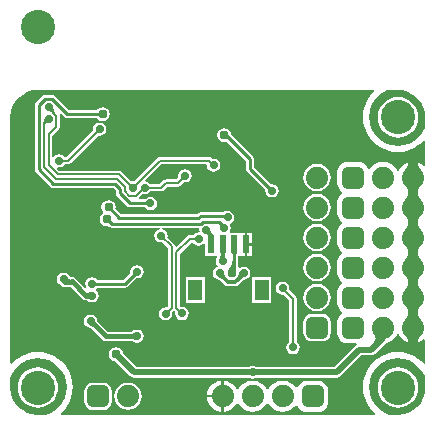
<source format=gbl>
%FSLAX25Y25*%
%MOIN*%
G70*
G01*
G75*
G04 Layer_Physical_Order=2*
G04 Layer_Color=16711680*
%ADD10C,0.01000*%
%ADD11C,0.00800*%
%ADD12C,0.01200*%
%ADD13C,0.01500*%
%ADD14C,0.03000*%
%ADD15R,0.03150X0.02756*%
%ADD16R,0.02756X0.03150*%
%ADD17R,0.05118X0.05906*%
%ADD18R,0.03937X0.03937*%
%ADD19O,0.01181X0.08268*%
%ADD20O,0.08268X0.01181*%
%ADD21R,0.02362X0.03150*%
%ADD22R,0.05433X0.01772*%
%ADD23R,0.08268X0.05906*%
%ADD24R,0.07480X0.04626*%
%ADD25R,0.07480X0.09350*%
%ADD26R,0.03150X0.02362*%
%ADD27R,0.06102X0.02362*%
%ADD28R,0.07087X0.04724*%
%ADD29R,0.03543X0.03150*%
%ADD30R,0.05512X0.04331*%
%ADD31R,0.03543X0.02559*%
%ADD32R,0.05906X0.02362*%
%ADD33R,0.03543X0.03937*%
%ADD34R,0.01772X0.05512*%
%ADD35R,0.01772X0.05512*%
%ADD36R,0.01772X0.05512*%
%ADD37R,0.02800X0.01375*%
%ADD38R,0.01375X0.02800*%
%ADD39R,0.03150X0.04000*%
%ADD40R,0.01575X0.07677*%
%ADD41R,0.04331X0.02362*%
%ADD42C,0.02000*%
%ADD43C,0.07400*%
G04:AMPARAMS|DCode=44|XSize=74mil|YSize=74mil|CornerRadius=18.5mil|HoleSize=0mil|Usage=FLASHONLY|Rotation=90.000|XOffset=0mil|YOffset=0mil|HoleType=Round|Shape=RoundedRectangle|*
%AMROUNDEDRECTD44*
21,1,0.07400,0.03700,0,0,90.0*
21,1,0.03700,0.07400,0,0,90.0*
1,1,0.03700,0.01850,0.01850*
1,1,0.03700,0.01850,-0.01850*
1,1,0.03700,-0.01850,-0.01850*
1,1,0.03700,-0.01850,0.01850*
%
%ADD44ROUNDEDRECTD44*%
%ADD45C,0.11417*%
G04:AMPARAMS|DCode=46|XSize=74mil|YSize=74mil|CornerRadius=18.5mil|HoleSize=0mil|Usage=FLASHONLY|Rotation=0.000|XOffset=0mil|YOffset=0mil|HoleType=Round|Shape=RoundedRectangle|*
%AMROUNDEDRECTD46*
21,1,0.07400,0.03700,0,0,0.0*
21,1,0.03700,0.07400,0,0,0.0*
1,1,0.03700,0.01850,-0.01850*
1,1,0.03700,-0.01850,-0.01850*
1,1,0.03700,-0.01850,0.01850*
1,1,0.03700,0.01850,0.01850*
%
%ADD46ROUNDEDRECTD46*%
%ADD47C,0.02800*%
%ADD48C,0.03100*%
%ADD49R,0.02362X0.06102*%
%ADD50R,0.04724X0.07087*%
G36*
X12822Y50518D02*
X14628Y49970D01*
X16293Y49080D01*
X17752Y47882D01*
X18950Y46423D01*
X19840Y44758D01*
X20388Y42952D01*
X20573Y41073D01*
X20388Y39195D01*
X19840Y37388D01*
X18950Y35724D01*
X17752Y34264D01*
X16293Y33067D01*
X14628Y32177D01*
X13408Y31807D01*
X10900D01*
X10808Y31789D01*
X9121Y31955D01*
X7410Y32474D01*
X5833Y33316D01*
X4451Y34451D01*
X3317Y35833D01*
X2474Y37410D01*
X1955Y39121D01*
X1788Y40808D01*
X1807Y40900D01*
Y43966D01*
X2047Y44758D01*
X2937Y46423D01*
X4134Y47882D01*
X5594Y49080D01*
X7258Y49970D01*
X9065Y50518D01*
X10943Y50703D01*
X12822Y50518D01*
D02*
G37*
G36*
X10900Y140072D02*
X10900D01*
Y140072D01*
X10900Y140072D01*
X122855D01*
X123028Y139603D01*
X122697Y139320D01*
X121508Y137928D01*
X120552Y136368D01*
X119852Y134677D01*
X119424Y132898D01*
X119281Y131073D01*
X119424Y129249D01*
X119852Y127469D01*
X120552Y125778D01*
X121508Y124218D01*
X122697Y122827D01*
X124088Y121638D01*
X125649Y120682D01*
X127339Y119981D01*
X129119Y119554D01*
X130943Y119411D01*
X132768Y119554D01*
X134547Y119981D01*
X136238Y120682D01*
X137799Y121638D01*
X139190Y122827D01*
X139603Y123310D01*
X140072Y123137D01*
Y114895D01*
X139624Y114674D01*
X138622Y115442D01*
X137357Y115966D01*
X136400Y116092D01*
Y110899D01*
X135600D01*
Y116092D01*
X134643Y115966D01*
X133378Y115442D01*
X132291Y114609D01*
X131458Y113523D01*
X131250Y113021D01*
X130750D01*
X130542Y113523D01*
X129709Y114609D01*
X128622Y115442D01*
X127357Y115966D01*
X126000Y116145D01*
X124643Y115966D01*
X123378Y115442D01*
X122291Y114609D01*
X121584Y113687D01*
X121489Y113674D01*
X121071Y113729D01*
X120776Y114440D01*
X120239Y115139D01*
X119539Y115676D01*
X118725Y116014D01*
X117850Y116129D01*
X114150D01*
X113276Y116014D01*
X112460Y115676D01*
X111761Y115139D01*
X111224Y114440D01*
X110886Y113625D01*
X110771Y112750D01*
Y109050D01*
X110886Y108176D01*
X111224Y107361D01*
X111761Y106661D01*
X112426Y106150D01*
Y105650D01*
X111761Y105140D01*
X111224Y104440D01*
X110886Y103625D01*
X110771Y102750D01*
Y99050D01*
X110886Y98176D01*
X111224Y97361D01*
X111761Y96661D01*
X112426Y96150D01*
Y95650D01*
X111761Y95139D01*
X111224Y94440D01*
X110886Y93625D01*
X110771Y92750D01*
Y89050D01*
X110886Y88176D01*
X111224Y87361D01*
X111761Y86661D01*
X112426Y86150D01*
Y85650D01*
X111761Y85139D01*
X111224Y84440D01*
X110886Y83625D01*
X110771Y82750D01*
Y79050D01*
X110886Y78176D01*
X111224Y77361D01*
X111761Y76661D01*
X112426Y76150D01*
Y75650D01*
X111761Y75139D01*
X111224Y74440D01*
X110886Y73625D01*
X110771Y72750D01*
Y69050D01*
X110886Y68176D01*
X111224Y67361D01*
X111761Y66661D01*
X112426Y66150D01*
Y65650D01*
X111761Y65139D01*
X111224Y64440D01*
X110886Y63625D01*
X110771Y62750D01*
Y59050D01*
X110886Y58176D01*
X111224Y57361D01*
X111761Y56661D01*
X112461Y56124D01*
X113276Y55786D01*
X114150Y55671D01*
X117148D01*
X117294Y55193D01*
X116702Y54798D01*
X109740Y47835D01*
X83713D01*
X83358Y48072D01*
X82500Y48243D01*
X81642Y48072D01*
X81287Y47835D01*
X43760D01*
X39347Y52249D01*
X39214Y52917D01*
X38694Y53694D01*
X37917Y54214D01*
X37000Y54396D01*
X36083Y54214D01*
X35306Y53694D01*
X34786Y52917D01*
X34604Y52000D01*
X34786Y51083D01*
X35306Y50306D01*
X36083Y49786D01*
X36751Y49654D01*
X41702Y44702D01*
X42298Y44304D01*
X42414Y44281D01*
X43000Y44165D01*
X81287D01*
X81642Y43928D01*
X82500Y43757D01*
X83358Y43928D01*
X83713Y44165D01*
X110500D01*
X111086Y44281D01*
X111202Y44304D01*
X111798Y44702D01*
X118760Y51665D01*
X122000D01*
X122586Y51781D01*
X122702Y51804D01*
X123298Y52202D01*
X126865Y55769D01*
X127358Y55834D01*
X128623Y56358D01*
X129709Y57191D01*
X130542Y58278D01*
X130750Y58779D01*
X131250D01*
X131458Y58278D01*
X132291Y57191D01*
X133378Y56358D01*
X134643Y55834D01*
X135600Y55708D01*
Y60901D01*
X136400D01*
Y55708D01*
X137358Y55834D01*
X138623Y56358D01*
X139624Y57126D01*
X140072Y56905D01*
Y49010D01*
X139603Y48836D01*
X139190Y49320D01*
X137799Y50509D01*
X136238Y51465D01*
X134547Y52165D01*
X132768Y52592D01*
X130943Y52736D01*
X129119Y52592D01*
X127339Y52165D01*
X125649Y51465D01*
X124088Y50509D01*
X122697Y49320D01*
X121508Y47929D01*
X120552Y46368D01*
X119852Y44677D01*
X119424Y42898D01*
X119281Y41073D01*
X119424Y39249D01*
X119852Y37469D01*
X120552Y35778D01*
X121508Y34218D01*
X122697Y32827D01*
X123342Y32276D01*
X123168Y31807D01*
X18718D01*
X18545Y32276D01*
X19190Y32827D01*
X20379Y34218D01*
X21335Y35778D01*
X22035Y37469D01*
X22463Y39249D01*
X22606Y41073D01*
X22463Y42898D01*
X22035Y44677D01*
X21335Y46368D01*
X20379Y47929D01*
X19190Y49320D01*
X17799Y50509D01*
X16238Y51465D01*
X14547Y52165D01*
X12768Y52592D01*
X10943Y52736D01*
X9119Y52592D01*
X7339Y52165D01*
X5649Y51465D01*
X4088Y50509D01*
X2697Y49320D01*
X2276Y48827D01*
X1807Y49000D01*
Y130979D01*
X1788Y131071D01*
X1955Y132758D01*
X2474Y134469D01*
X3317Y136046D01*
X4451Y137428D01*
X5833Y138562D01*
X7410Y139405D01*
X9121Y139924D01*
X10809Y140091D01*
X10900Y140072D01*
D02*
G37*
G36*
X132758Y139924D02*
X134469Y139405D01*
X136046Y138562D01*
X137428Y137428D01*
X138562Y136046D01*
X139405Y134469D01*
X139924Y132758D01*
X140091Y131070D01*
X140072Y130979D01*
X140072D01*
X140072Y130979D01*
Y128155D01*
X139840Y127388D01*
X138950Y125724D01*
X137752Y124264D01*
X136293Y123067D01*
X134628Y122177D01*
X132822Y121629D01*
X130943Y121444D01*
X129065Y121629D01*
X127258Y122177D01*
X125594Y123067D01*
X124134Y124264D01*
X122937Y125724D01*
X122047Y127388D01*
X121499Y129195D01*
X121314Y131073D01*
X121499Y132952D01*
X122047Y134758D01*
X122937Y136423D01*
X124134Y137882D01*
X125594Y139080D01*
X127258Y139970D01*
X127597Y140072D01*
X130979D01*
X130979Y140072D01*
Y140072D01*
X131070Y140091D01*
X132758Y139924D01*
D02*
G37*
G36*
X132822Y50518D02*
X134628Y49970D01*
X136293Y49080D01*
X137752Y47882D01*
X138950Y46423D01*
X139840Y44758D01*
X140072Y43992D01*
Y40900D01*
Y40900D01*
X140072Y40900D01*
X140072D01*
X140091Y40809D01*
X139924Y39121D01*
X139405Y37410D01*
X138562Y35833D01*
X137428Y34451D01*
X136046Y33316D01*
X134469Y32474D01*
X132758Y31955D01*
X131071Y31789D01*
X130979Y31807D01*
X128479D01*
X127258Y32177D01*
X125594Y33067D01*
X124134Y34264D01*
X122937Y35724D01*
X122047Y37388D01*
X121499Y39195D01*
X121314Y41073D01*
X121499Y42952D01*
X122047Y44758D01*
X122937Y46423D01*
X124134Y47882D01*
X125594Y49080D01*
X127258Y49970D01*
X129065Y50518D01*
X130943Y50703D01*
X132822Y50518D01*
D02*
G37*
%LPC*%
G36*
X92498Y76245D02*
X91639Y76075D01*
X90912Y75589D01*
X90425Y74861D01*
X90254Y74002D01*
X90425Y73144D01*
X90912Y72416D01*
X91639Y71930D01*
X92498Y71759D01*
X92925Y71844D01*
X94776Y69993D01*
Y56085D01*
X94414Y55843D01*
X93928Y55115D01*
X93757Y54257D01*
X93928Y53399D01*
X94414Y52671D01*
X95142Y52185D01*
X96000Y52014D01*
X96858Y52185D01*
X97586Y52671D01*
X98072Y53399D01*
X98243Y54257D01*
X98072Y55115D01*
X97586Y55843D01*
X97224Y56085D01*
Y70500D01*
X97130Y70968D01*
X96865Y71365D01*
X94656Y73575D01*
X94741Y74002D01*
X94570Y74861D01*
X94084Y75589D01*
X93356Y76075D01*
X92498Y76245D01*
D02*
G37*
G36*
X92500Y43245D02*
X91142Y43066D01*
X89878Y42542D01*
X88791Y41709D01*
X87958Y40622D01*
X87750Y40121D01*
X87250D01*
X87042Y40622D01*
X86209Y41709D01*
X85122Y42542D01*
X83858Y43066D01*
X82500Y43245D01*
X81142Y43066D01*
X79878Y42542D01*
X78791Y41709D01*
X77958Y40622D01*
X77750Y40121D01*
X77250D01*
X77042Y40622D01*
X76209Y41709D01*
X75122Y42542D01*
X73857Y43066D01*
X72900Y43192D01*
Y37999D01*
Y32808D01*
X73857Y32934D01*
X75122Y33458D01*
X76209Y34291D01*
X77042Y35378D01*
X77250Y35879D01*
X77750D01*
X77958Y35378D01*
X78791Y34291D01*
X79878Y33458D01*
X81142Y32934D01*
X82500Y32755D01*
X83858Y32934D01*
X85122Y33458D01*
X86209Y34291D01*
X87042Y35378D01*
X87250Y35879D01*
X87750D01*
X87958Y35378D01*
X88791Y34291D01*
X89878Y33458D01*
X91142Y32934D01*
X92500Y32755D01*
X93858Y32934D01*
X95122Y33458D01*
X96209Y34291D01*
X96916Y35214D01*
X97011Y35226D01*
X97430Y35171D01*
X97724Y34460D01*
X98261Y33761D01*
X98961Y33224D01*
X99775Y32886D01*
X100650Y32771D01*
X104350D01*
X105225Y32886D01*
X106040Y33224D01*
X106739Y33761D01*
X107276Y34460D01*
X107614Y35276D01*
X107729Y36150D01*
Y39850D01*
X107614Y40725D01*
X107276Y41539D01*
X106739Y42239D01*
X106040Y42776D01*
X105225Y43114D01*
X104350Y43229D01*
X100650D01*
X99775Y43114D01*
X98961Y42776D01*
X98261Y42239D01*
X97724Y41539D01*
X97430Y40829D01*
X97011Y40774D01*
X96916Y40786D01*
X96209Y41709D01*
X95122Y42542D01*
X93858Y43066D01*
X92500Y43245D01*
D02*
G37*
G36*
X28500Y65243D02*
X27642Y65072D01*
X26914Y64586D01*
X26428Y63858D01*
X26257Y63000D01*
X26428Y62142D01*
X26914Y61414D01*
X27642Y60928D01*
X28500Y60757D01*
X28507Y60758D01*
X32383Y56883D01*
X32895Y56540D01*
X33500Y56420D01*
X42410D01*
X42414Y56414D01*
X43142Y55928D01*
X44000Y55757D01*
X44859Y55928D01*
X45586Y56414D01*
X46073Y57142D01*
X46243Y58000D01*
X46073Y58858D01*
X45586Y59586D01*
X44859Y60072D01*
X44000Y60243D01*
X43142Y60072D01*
X42414Y59586D01*
X42410Y59580D01*
X34155D01*
X30742Y62993D01*
X30743Y63000D01*
X30572Y63858D01*
X30086Y64586D01*
X29358Y65072D01*
X28500Y65243D01*
D02*
G37*
G36*
X104000Y75439D02*
X102825Y75284D01*
X101731Y74831D01*
X100791Y74109D01*
X100069Y73169D01*
X99616Y72075D01*
X99461Y70900D01*
X99616Y69725D01*
X100069Y68631D01*
X100791Y67691D01*
X101731Y66969D01*
X102825Y66516D01*
X104000Y66361D01*
X105175Y66516D01*
X106269Y66969D01*
X107209Y67691D01*
X107931Y68631D01*
X108384Y69725D01*
X108539Y70900D01*
X108384Y72075D01*
X107931Y73169D01*
X107209Y74109D01*
X106269Y74831D01*
X105175Y75284D01*
X104000Y75439D01*
D02*
G37*
G36*
X105850Y65423D02*
X102150D01*
X101458Y65332D01*
X100814Y65065D01*
X100260Y64640D01*
X99835Y64086D01*
X99568Y63442D01*
X99477Y62750D01*
Y59050D01*
X99568Y58358D01*
X99835Y57714D01*
X100260Y57160D01*
X100814Y56735D01*
X101458Y56468D01*
X102150Y56377D01*
X105850D01*
X106542Y56468D01*
X107186Y56735D01*
X107740Y57160D01*
X108165Y57714D01*
X108432Y58358D01*
X108523Y59050D01*
Y62750D01*
X108432Y63442D01*
X108165Y64086D01*
X107740Y64640D01*
X107186Y65065D01*
X106542Y65332D01*
X105850Y65423D01*
D02*
G37*
G36*
X72100Y43192D02*
X71143Y43066D01*
X69878Y42542D01*
X68791Y41709D01*
X67958Y40622D01*
X67434Y39358D01*
X67308Y38400D01*
X72100D01*
Y43192D01*
D02*
G37*
G36*
X41000Y42539D02*
X39825Y42384D01*
X38731Y41931D01*
X37791Y41209D01*
X37069Y40269D01*
X36616Y39175D01*
X36461Y38000D01*
X36616Y36825D01*
X37069Y35731D01*
X37791Y34791D01*
X38731Y34069D01*
X39825Y33616D01*
X41000Y33461D01*
X42175Y33616D01*
X43269Y34069D01*
X44209Y34791D01*
X44931Y35731D01*
X45384Y36825D01*
X45539Y38000D01*
X45384Y39175D01*
X44931Y40269D01*
X44209Y41209D01*
X43269Y41931D01*
X42175Y42384D01*
X41000Y42539D01*
D02*
G37*
G36*
X72100Y37600D02*
X67308D01*
X67434Y36643D01*
X67958Y35378D01*
X68791Y34291D01*
X69878Y33458D01*
X71143Y32934D01*
X72100Y32808D01*
Y37600D01*
D02*
G37*
G36*
X32850Y42523D02*
X29150D01*
X28458Y42432D01*
X27814Y42165D01*
X27260Y41740D01*
X26835Y41186D01*
X26568Y40542D01*
X26477Y39850D01*
Y36150D01*
X26568Y35458D01*
X26835Y34814D01*
X27260Y34260D01*
X27814Y33835D01*
X28458Y33568D01*
X29150Y33477D01*
X32850D01*
X33542Y33568D01*
X34186Y33835D01*
X34740Y34260D01*
X35165Y34814D01*
X35432Y35458D01*
X35523Y36150D01*
Y39850D01*
X35432Y40542D01*
X35165Y41186D01*
X34740Y41740D01*
X34186Y42165D01*
X33542Y42432D01*
X32850Y42523D01*
D02*
G37*
G36*
X130979Y47638D02*
X129664Y47508D01*
X128400Y47125D01*
X127235Y46502D01*
X126214Y45665D01*
X125376Y44643D01*
X124754Y43479D01*
X124370Y42215D01*
X124241Y40900D01*
X124370Y39586D01*
X124754Y38322D01*
X125376Y37157D01*
X126214Y36136D01*
X127235Y35298D01*
X128400Y34675D01*
X129664Y34291D01*
X130979Y34162D01*
X132293Y34291D01*
X133557Y34675D01*
X134722Y35298D01*
X135743Y36136D01*
X136581Y37157D01*
X137204Y38322D01*
X137587Y39586D01*
X137717Y40900D01*
X137587Y42215D01*
X137204Y43479D01*
X136581Y44643D01*
X135743Y45665D01*
X134722Y46502D01*
X133557Y47125D01*
X132293Y47508D01*
X130979Y47638D01*
D02*
G37*
G36*
X10900D02*
X9585Y47508D01*
X8321Y47125D01*
X7157Y46502D01*
X6135Y45665D01*
X5298Y44643D01*
X4675Y43479D01*
X4292Y42215D01*
X4162Y40900D01*
X4292Y39586D01*
X4675Y38322D01*
X5298Y37157D01*
X6135Y36136D01*
X7157Y35298D01*
X8321Y34675D01*
X9585Y34291D01*
X10900Y34162D01*
X12214Y34291D01*
X13478Y34675D01*
X14643Y35298D01*
X15664Y36136D01*
X16502Y37157D01*
X17125Y38322D01*
X17508Y39586D01*
X17638Y40900D01*
X17508Y42215D01*
X17125Y43479D01*
X16502Y44643D01*
X15664Y45665D01*
X14643Y46502D01*
X13478Y47125D01*
X12214Y47508D01*
X10900Y47638D01*
D02*
G37*
G36*
X66639Y77796D02*
X60314D01*
Y69109D01*
X66639D01*
Y77796D01*
D02*
G37*
G36*
X73100Y127396D02*
X72183Y127214D01*
X71406Y126695D01*
X70886Y125917D01*
X70704Y125000D01*
X70886Y124083D01*
X71406Y123306D01*
X72183Y122787D01*
X73100Y122604D01*
X74017Y122787D01*
X74030Y122795D01*
X80275Y116551D01*
Y113900D01*
X80376Y113393D01*
X80663Y112963D01*
X86818Y106807D01*
X86757Y106500D01*
X86928Y105642D01*
X87414Y104914D01*
X88142Y104428D01*
X89000Y104257D01*
X89858Y104428D01*
X90586Y104914D01*
X91072Y105642D01*
X91243Y106500D01*
X91072Y107358D01*
X90586Y108086D01*
X89858Y108572D01*
X89000Y108743D01*
X88693Y108682D01*
X82926Y114449D01*
Y117100D01*
X82825Y117607D01*
X82538Y118037D01*
X75477Y125098D01*
X75314Y125917D01*
X74795Y126695D01*
X74017Y127214D01*
X73100Y127396D01*
D02*
G37*
G36*
X104000Y105439D02*
X102825Y105284D01*
X101731Y104831D01*
X100791Y104109D01*
X100069Y103169D01*
X99616Y102075D01*
X99461Y100900D01*
X99616Y99725D01*
X100069Y98631D01*
X100791Y97691D01*
X101731Y96969D01*
X102825Y96516D01*
X104000Y96361D01*
X105175Y96516D01*
X106269Y96969D01*
X107209Y97691D01*
X107931Y98631D01*
X108384Y99725D01*
X108539Y100900D01*
X108384Y102075D01*
X107931Y103169D01*
X107209Y104109D01*
X106269Y104831D01*
X105175Y105284D01*
X104000Y105439D01*
D02*
G37*
G36*
X82387Y92461D02*
X80806D01*
Y89010D01*
X82387D01*
Y92461D01*
D02*
G37*
G36*
X15618Y138525D02*
X13382D01*
X12874Y138425D01*
X12444Y138137D01*
X10263Y135956D01*
X9975Y135526D01*
X9875Y135018D01*
Y113633D01*
X9975Y113126D01*
X10263Y112696D01*
X10263Y112696D01*
X10263Y112696D01*
X15196Y107763D01*
X15626Y107475D01*
X16133Y107375D01*
X36084D01*
X36874Y106584D01*
Y105719D01*
X36975Y105212D01*
X37263Y104782D01*
X40719Y101326D01*
X41149Y101038D01*
X41656Y100937D01*
X46710D01*
X46885Y100677D01*
X47612Y100190D01*
X48471Y100020D01*
X49329Y100190D01*
X50057Y100677D01*
X50543Y101404D01*
X50714Y102263D01*
X50543Y103121D01*
X50057Y103849D01*
X49329Y104335D01*
X48471Y104506D01*
X47612Y104335D01*
X46885Y103849D01*
X46710Y103588D01*
X44741D01*
X44499Y103950D01*
X44457Y104050D01*
X45803Y105396D01*
X46500Y105257D01*
X47358Y105428D01*
X48086Y105914D01*
X48328Y106277D01*
X52039D01*
X52507Y106370D01*
X52904Y106635D01*
X52904Y106635D01*
X52904Y106635D01*
X54146Y107877D01*
X57600D01*
X58068Y107970D01*
X58465Y108235D01*
X59572Y109342D01*
X60000Y109257D01*
X60858Y109428D01*
X61586Y109914D01*
X62072Y110642D01*
X62243Y111500D01*
X62072Y112358D01*
X61586Y113086D01*
X60858Y113572D01*
X60000Y113743D01*
X59142Y113572D01*
X58414Y113086D01*
X57928Y112358D01*
X57757Y111500D01*
X57842Y111072D01*
X57093Y110324D01*
X53639D01*
X53171Y110230D01*
X52774Y109965D01*
X51532Y108723D01*
X48328D01*
X48086Y109086D01*
X47358Y109572D01*
X46500Y109743D01*
X46491Y109760D01*
X52007Y115277D01*
X67030D01*
X67257Y115000D01*
X67428Y114142D01*
X67914Y113414D01*
X68642Y112928D01*
X69500Y112757D01*
X70358Y112928D01*
X71086Y113414D01*
X71572Y114142D01*
X71743Y115000D01*
X71572Y115858D01*
X71086Y116586D01*
X70358Y117072D01*
X69500Y117243D01*
X69072Y117158D01*
X68865Y117365D01*
X68468Y117630D01*
X68000Y117724D01*
X51500D01*
X51032Y117630D01*
X50635Y117365D01*
X42928Y109658D01*
X42500Y109743D01*
X42072Y109658D01*
X38865Y112865D01*
X38468Y113130D01*
X38000Y113224D01*
X18007D01*
X17327Y113903D01*
X17563Y114344D01*
X18000Y114257D01*
X18858Y114428D01*
X19586Y114914D01*
X19828Y115277D01*
X21000D01*
X21468Y115370D01*
X21865Y115635D01*
X31072Y124842D01*
X31500Y124757D01*
X32358Y124928D01*
X33086Y125414D01*
X33572Y126142D01*
X33743Y127000D01*
X33572Y127858D01*
X33086Y128586D01*
X32358Y129072D01*
X31500Y129243D01*
X30642Y129072D01*
X29914Y128586D01*
X29428Y127858D01*
X29257Y127000D01*
X29342Y126572D01*
X20493Y117724D01*
X19828D01*
X19586Y118086D01*
X18858Y118572D01*
X18000Y118743D01*
X17142Y118572D01*
X16414Y118086D01*
X16202Y117769D01*
X15723Y117914D01*
Y124793D01*
X17965Y127035D01*
X18124Y127273D01*
X18230Y127432D01*
X18324Y127900D01*
Y131577D01*
X18233Y132035D01*
X18673Y132271D01*
X19881Y131063D01*
X20311Y130775D01*
X20818Y130675D01*
X30559D01*
X30806Y130306D01*
X31583Y129786D01*
X32500Y129604D01*
X33417Y129786D01*
X34194Y130306D01*
X34714Y131083D01*
X34896Y132000D01*
X34714Y132917D01*
X34194Y133694D01*
X33417Y134214D01*
X32500Y134396D01*
X31583Y134214D01*
X30806Y133694D01*
X30559Y133326D01*
X21367D01*
X16556Y138137D01*
X16126Y138425D01*
X15618Y138525D01*
D02*
G37*
G36*
X130979Y137717D02*
X129664Y137587D01*
X128400Y137204D01*
X127235Y136581D01*
X126214Y135743D01*
X125376Y134722D01*
X124754Y133557D01*
X124370Y132293D01*
X124241Y130979D01*
X124370Y129664D01*
X124754Y128400D01*
X125376Y127235D01*
X126214Y126214D01*
X127235Y125376D01*
X128400Y124754D01*
X129664Y124370D01*
X130979Y124241D01*
X132293Y124370D01*
X133557Y124754D01*
X134722Y125376D01*
X135743Y126214D01*
X136581Y127235D01*
X137204Y128400D01*
X137587Y129664D01*
X137717Y130979D01*
X137587Y132293D01*
X137204Y133557D01*
X136581Y134722D01*
X135743Y135743D01*
X134722Y136581D01*
X133557Y137204D01*
X132293Y137587D01*
X130979Y137717D01*
D02*
G37*
G36*
X104000Y115439D02*
X102825Y115284D01*
X101731Y114831D01*
X100791Y114109D01*
X100069Y113169D01*
X99616Y112075D01*
X99461Y110900D01*
X99616Y109725D01*
X100069Y108631D01*
X100791Y107691D01*
X101731Y106969D01*
X102825Y106516D01*
X104000Y106361D01*
X105175Y106516D01*
X106269Y106969D01*
X107209Y107691D01*
X107931Y108631D01*
X108384Y109725D01*
X108539Y110900D01*
X108384Y112075D01*
X107931Y113169D01*
X107209Y114109D01*
X106269Y114831D01*
X105175Y115284D01*
X104000Y115439D01*
D02*
G37*
G36*
X34500Y103396D02*
X33583Y103214D01*
X32806Y102694D01*
X32286Y101917D01*
X32104Y101000D01*
X32286Y100083D01*
X32737Y99408D01*
X32640Y98918D01*
X32306Y98694D01*
X31786Y97917D01*
X31604Y97000D01*
X31786Y96083D01*
X32306Y95306D01*
X33083Y94786D01*
X34000Y94604D01*
X34000Y94604D01*
X34000Y94604D01*
X34563Y94563D01*
D01*
X34563Y94563D01*
Y94563D01*
X34993Y94275D01*
X35500Y94174D01*
X51618D01*
X51667Y93677D01*
X51142Y93572D01*
X50414Y93086D01*
X49928Y92358D01*
X49757Y91500D01*
X49928Y90642D01*
X50414Y89914D01*
X51142Y89428D01*
X52000Y89257D01*
X52428Y89342D01*
X54277Y87493D01*
Y68007D01*
X53928Y67658D01*
X53500Y67743D01*
X52642Y67572D01*
X51914Y67086D01*
X51428Y66358D01*
X51257Y65500D01*
X51428Y64642D01*
X51914Y63914D01*
X52642Y63428D01*
X53500Y63257D01*
X54358Y63428D01*
X55086Y63914D01*
X55572Y64642D01*
X55743Y65500D01*
X55658Y65928D01*
X56050Y66320D01*
X56506D01*
X56823Y65933D01*
X56757Y65600D01*
X56928Y64742D01*
X57414Y64014D01*
X58142Y63528D01*
X59000Y63357D01*
X59858Y63528D01*
X60586Y64014D01*
X61072Y64742D01*
X61243Y65600D01*
X61072Y66458D01*
X60586Y67186D01*
X59858Y67672D01*
X59000Y67843D01*
X58710Y67785D01*
X58324Y68103D01*
Y85493D01*
X62060Y89229D01*
X62719D01*
X62961Y88867D01*
X63689Y88380D01*
X64547Y88210D01*
X65406Y88380D01*
X66133Y88867D01*
X66135Y88869D01*
X66613Y88724D01*
Y84759D01*
X70499D01*
X70735Y84318D01*
X70428Y83858D01*
X70257Y83000D01*
X70428Y82142D01*
X70833Y81534D01*
X70642Y81072D01*
X69914Y80586D01*
X69428Y79858D01*
X69257Y79000D01*
X69428Y78142D01*
X69914Y77414D01*
X70642Y76928D01*
X71500Y76757D01*
X71544Y76766D01*
X73269Y75041D01*
X73269Y75041D01*
X73546Y74855D01*
X73732Y74731D01*
X74278Y74623D01*
X76722D01*
X76722Y74623D01*
X77268Y74731D01*
X77731Y75041D01*
X79456Y76766D01*
X79500Y76757D01*
X80358Y76928D01*
X81086Y77414D01*
X81572Y78142D01*
X81743Y79000D01*
X81572Y79858D01*
X81086Y80586D01*
X80358Y81072D01*
X79500Y81243D01*
X78642Y81072D01*
X78235Y80801D01*
X77794Y81036D01*
Y84759D01*
X80006D01*
Y88609D01*
Y92461D01*
X75148D01*
X74913Y92902D01*
X75072Y93142D01*
X75243Y94000D01*
X75072Y94858D01*
X74893Y95127D01*
X75058Y95528D01*
X75786Y96014D01*
X76272Y96742D01*
X76443Y97600D01*
X76272Y98458D01*
X75786Y99186D01*
X75058Y99672D01*
X74200Y99843D01*
X73342Y99672D01*
X72822Y99326D01*
X65136D01*
X64629Y99225D01*
X64199Y98937D01*
X64087Y98826D01*
X38549D01*
X36810Y100565D01*
X36896Y101000D01*
X36714Y101917D01*
X36194Y102694D01*
X35417Y103214D01*
X34500Y103396D01*
D02*
G37*
G36*
X104000Y85439D02*
X102825Y85284D01*
X101731Y84831D01*
X100791Y84109D01*
X100069Y83169D01*
X99616Y82075D01*
X99461Y80900D01*
X99616Y79725D01*
X100069Y78631D01*
X100791Y77691D01*
X101731Y76969D01*
X102825Y76516D01*
X104000Y76361D01*
X105175Y76516D01*
X106269Y76969D01*
X107209Y77691D01*
X107931Y78631D01*
X108384Y79725D01*
X108539Y80900D01*
X108384Y82075D01*
X107931Y83169D01*
X107209Y84109D01*
X106269Y84831D01*
X105175Y85284D01*
X104000Y85439D01*
D02*
G37*
G36*
X88686Y77796D02*
X82361D01*
Y69109D01*
X88686D01*
Y77796D01*
D02*
G37*
G36*
X44000Y81743D02*
X43142Y81572D01*
X42414Y81086D01*
X41928Y80358D01*
X41757Y79500D01*
X41818Y79193D01*
X39451Y76825D01*
X30760D01*
X30586Y77086D01*
X29858Y77572D01*
X29000Y77743D01*
X28142Y77572D01*
X27414Y77086D01*
X26928Y76358D01*
X26757Y75500D01*
X26928Y74642D01*
X27191Y74248D01*
X26804Y73931D01*
X23368Y77368D01*
X22855Y77710D01*
X22250Y77830D01*
X21645Y77710D01*
X21572Y77858D01*
Y77858D01*
X21572Y77858D01*
X21086Y78586D01*
X20358Y79072D01*
X19500Y79243D01*
X18642Y79072D01*
X17914Y78586D01*
X17428Y77858D01*
X17257Y77000D01*
X17428Y76142D01*
X17914Y75414D01*
X18642Y74928D01*
X18888Y74879D01*
X19395Y74540D01*
X20000Y74420D01*
X21845D01*
X25883Y70382D01*
X25883Y70382D01*
X25883D01*
X25883Y70382D01*
X25883D01*
X25883Y70382D01*
Y70382D01*
Y70382D01*
D01*
D01*
X25883D01*
Y70382D01*
X26395Y70040D01*
X27000Y69920D01*
X27410D01*
X27414Y69914D01*
X28142Y69428D01*
X29000Y69257D01*
X29858Y69428D01*
X30586Y69914D01*
X31072Y70642D01*
X31243Y71500D01*
X31072Y72358D01*
X30586Y73086D01*
X30341Y73250D01*
Y73750D01*
X30586Y73914D01*
X30760Y74174D01*
X40000D01*
X40507Y74275D01*
X40937Y74563D01*
X43693Y77318D01*
X44000Y77257D01*
X44858Y77428D01*
X45586Y77914D01*
X46072Y78642D01*
X46243Y79500D01*
X46072Y80358D01*
X45586Y81086D01*
X44858Y81572D01*
X44000Y81743D01*
D02*
G37*
G36*
X104000Y95439D02*
X102825Y95284D01*
X101731Y94831D01*
X100791Y94109D01*
X100069Y93169D01*
X99616Y92075D01*
X99461Y90900D01*
X99616Y89725D01*
X100069Y88631D01*
X100791Y87691D01*
X101731Y86969D01*
X102825Y86516D01*
X104000Y86361D01*
X105175Y86516D01*
X106269Y86969D01*
X107209Y87691D01*
X107931Y88631D01*
X108384Y89725D01*
X108539Y90900D01*
X108384Y92075D01*
X107931Y93169D01*
X107209Y94109D01*
X106269Y94831D01*
X105175Y95284D01*
X104000Y95439D01*
D02*
G37*
G36*
X82387Y88210D02*
X80806D01*
Y84759D01*
X82387D01*
Y88210D01*
D02*
G37*
%LPD*%
G36*
X64814Y93788D02*
X64757Y93500D01*
X64928Y92642D01*
D01*
X64547Y92696D01*
D01*
X64547Y92696D01*
Y92696D01*
X63689Y92525D01*
X62961Y92039D01*
X62719Y91676D01*
X61553D01*
X61085Y91583D01*
X60688Y91318D01*
X57180Y87811D01*
X56723Y88000D01*
X56630Y88468D01*
X56365Y88865D01*
X54158Y91072D01*
X54243Y91500D01*
X54072Y92358D01*
X53586Y93086D01*
X52858Y93572D01*
X52333Y93677D01*
X52382Y94174D01*
X64497D01*
X64814Y93788D01*
D02*
G37*
D10*
X81364Y133364D02*
G03*
X79827Y134000I-1536J-1536D01*
G01*
D02*
G03*
X81364Y134636I0J2173D01*
G01*
X58500Y129762D02*
G03*
X60036Y130399I0J2173D01*
G01*
X60036Y130399D02*
G03*
X59400Y128862I1536J-1536D01*
G01*
X75465Y79035D02*
G03*
X76469Y81459I-2424J2424D01*
G01*
X74757Y79742D02*
G03*
X76469Y83873I-4131J4131D01*
G01*
X48758Y73043D02*
G03*
X49500Y74835I-1792J1792D01*
G01*
D02*
G03*
X50243Y73043I2535J0D01*
G01*
X67900Y93485D02*
G03*
X68500Y92000I2049J-35D01*
G01*
D02*
G03*
X67015Y92600I-1449J-1449D01*
G01*
X71864Y83636D02*
G03*
X72532Y85249I-1613J1613D01*
G01*
Y85097D02*
G03*
X73136Y83636I2065J0D01*
G01*
X68913Y90480D02*
G03*
X68131Y92369I-2671J0D01*
G01*
X68867Y90315D02*
G03*
X68687Y91813I-1043J635D01*
G01*
X68013Y90834D02*
G03*
X67787Y92713I-1308J796D01*
G01*
X68113Y90962D02*
G03*
X68500Y91897I-935J935D01*
G01*
Y92000D02*
G03*
X68994Y91032I1196J0D01*
G01*
X76950Y86259D02*
G03*
X76469Y85096I1163J-1163D01*
G01*
D02*
G03*
X75987Y86259I-1644J0D01*
G01*
X73013D02*
G03*
X72532Y85096I1163J-1163D01*
G01*
D02*
G03*
X72050Y86259I-1644J0D01*
G01*
X38000Y97500D02*
X64636D01*
X65136Y98000D01*
X34500Y101000D02*
X38000Y97500D01*
X73800Y98000D02*
X74200Y97600D01*
X65136Y98000D02*
X73800D01*
X65882Y96200D02*
X71300D01*
X72750Y94250D02*
X73000Y94000D01*
X33500Y97500D02*
X34000D01*
X71300Y96200D02*
X73000Y94500D01*
X65182Y95500D02*
X65882Y96200D01*
X35500Y95500D02*
X65182D01*
X34000Y97000D02*
X35500Y95500D01*
X11200Y113633D02*
X16133Y108700D01*
X38200Y105719D02*
X41656Y102263D01*
X38200Y105719D02*
Y107133D01*
X36633Y108700D02*
X38200Y107133D01*
X16133Y108700D02*
X36633D01*
X11200Y113633D02*
Y135018D01*
X41656Y102263D02*
X48471D01*
X11200Y135018D02*
X13382Y137200D01*
X15618D01*
X20818Y132000D01*
X32500D01*
X40000Y75500D02*
X44000Y79500D01*
X29000Y75500D02*
X40000D01*
X72532Y83032D02*
Y88610D01*
X81600Y113900D02*
X89000Y106500D01*
X81600Y113900D02*
Y117100D01*
X75500Y79000D02*
X76469Y79969D01*
Y88610D01*
X68500Y88705D02*
X68594Y88610D01*
X46300Y84000D02*
X49500Y80800D01*
X34825Y84000D02*
X46300D01*
X73700Y125000D02*
X81600Y117100D01*
X49500Y72300D02*
Y80800D01*
X67000Y93500D02*
X68500Y92000D01*
Y88705D02*
Y92000D01*
X68594Y88610D02*
Y91000D01*
X58500Y128862D02*
X63638Y134000D01*
X82000D01*
X6500Y112325D02*
X34825Y84000D01*
X6500Y112325D02*
Y117000D01*
D11*
X15500Y134500D02*
G03*
X16435Y132241I3194J0D01*
G01*
X15656Y133021D02*
G03*
X14500Y133500I-1156J-1156D01*
G01*
X14453Y129501D02*
G03*
X12900Y128900I-97J-2057D01*
G01*
X12900Y128900D02*
G03*
X13501Y130453I-1457J1457D01*
G01*
X12900Y114337D02*
X16837Y110400D01*
X37337D01*
X12900Y114337D02*
Y128900D01*
X39900Y106423D02*
X41423Y104900D01*
X39900Y106423D02*
Y107837D01*
X37337Y110400D02*
X39900Y107837D01*
X38000Y112000D02*
X42500Y107500D01*
X17500Y112000D02*
X38000D01*
X14500Y115000D02*
X17500Y112000D01*
X14500Y115000D02*
Y125300D01*
X96000Y55600D02*
Y70500D01*
X93000Y73500D02*
X96000Y70500D01*
X68000Y116500D02*
X69500Y115000D01*
X51500Y116500D02*
X68000D01*
X42500Y107500D02*
X51500Y116500D01*
X57600Y109100D02*
X60000Y111500D01*
X53639Y109100D02*
X57600D01*
X52039Y107500D02*
X53639Y109100D01*
X46500Y107500D02*
X52039D01*
X22000Y76000D02*
X22250Y76250D01*
X41423Y104900D02*
X43577D01*
X46177Y107500D01*
X12900Y128900D02*
X14500Y130500D01*
Y125300D02*
X17100Y127900D01*
Y131577D01*
X14500Y134177D02*
X17100Y131577D01*
X14500Y134177D02*
Y134500D01*
X55500Y67500D02*
Y88000D01*
X52000Y91500D02*
X55500Y88000D01*
X57100Y67500D02*
X59000Y65600D01*
X53500Y65500D02*
X55500Y67500D01*
X57100D02*
Y86000D01*
X61553Y90453D01*
X64547D01*
X18000Y116500D02*
X21000D01*
X31500Y127000D01*
D12*
X72300Y79000D02*
G03*
X72987Y77341I2347J0D01*
G01*
X72572Y77756D02*
G03*
X71500Y78200I-1072J-1072D01*
G01*
X79500D02*
G03*
X78428Y77756I0J-1516D01*
G01*
X78013Y77341D02*
G03*
X78700Y79000I-1659J1659D01*
G01*
X79500Y78828D02*
Y79000D01*
X76722Y76050D02*
X79500Y78828D01*
X74278Y76050D02*
X76722D01*
X71500Y78828D02*
X74278Y76050D01*
X71500Y78828D02*
Y79000D01*
D13*
X43541Y57540D02*
G03*
X42431Y58000I-1110J-1110D01*
G01*
D02*
G03*
X43541Y58460I0J1569D01*
G01*
X29150Y63000D02*
G03*
X29610Y61890I1569J0D01*
G01*
D02*
G03*
X28500Y62350I-1110J-1110D01*
G01*
X20098Y77255D02*
G03*
X22000Y76000I1902J813D01*
G01*
X28540Y71040D02*
G03*
X27431Y71500I-1110J-1110D01*
G01*
D02*
G03*
X28540Y71960I0J1569D01*
G01*
X20000Y76000D02*
X22000D01*
X22250Y76250D02*
X27000Y71500D01*
X29000D01*
X28500Y63000D02*
X33500Y58000D01*
X44000D01*
D14*
X134445Y62456D02*
G03*
X136000Y66211I-3756J3756D01*
G01*
D02*
G03*
X137556Y62456I5311J0D01*
G01*
Y59345D02*
G03*
X136000Y55589I3756J-3756D01*
G01*
D02*
G03*
X134445Y59345I-5311J0D01*
G01*
X137556Y99345D02*
G03*
X136000Y95589I3756J-3756D01*
G01*
D02*
G03*
X134444Y99345I-5311J-0D01*
G01*
X134444Y102456D02*
G03*
X136000Y106211I-3756J3756D01*
G01*
D02*
G03*
X137556Y102456I5311J-0D01*
G01*
X137556Y89345D02*
G03*
X136000Y85589I3756J-3756D01*
G01*
D02*
G03*
X134444Y89345I-5311J-0D01*
G01*
Y92456D02*
G03*
X136000Y96211I-3756J3756D01*
G01*
D02*
G03*
X137556Y92456I5311J-0D01*
G01*
Y79345D02*
G03*
X136000Y75589I3756J-3756D01*
G01*
D02*
G03*
X134444Y79345I-5311J-0D01*
G01*
X134444Y82456D02*
G03*
X136000Y86212I-3756J3756D01*
G01*
D02*
G03*
X137556Y82456I5311J-0D01*
G01*
X137556Y69345D02*
G03*
X136000Y65589I3756J-3756D01*
G01*
D02*
G03*
X134444Y69345I-5311J-0D01*
G01*
X134444Y72456D02*
G03*
X136000Y76212I-3756J3756D01*
G01*
D02*
G03*
X137556Y72456I5311J-0D01*
G01*
X137556Y109345D02*
G03*
X136000Y105589I3755J-3755D01*
G01*
Y105588D02*
G03*
X134444Y109345I-5312J0D01*
G01*
Y112456D02*
G03*
X136000Y116211I-3756J3756D01*
G01*
D02*
G03*
X137556Y112456I5311J0D01*
G01*
X82500Y36000D02*
Y38000D01*
X136000Y54000D02*
X136000Y54000D01*
Y61500D01*
Y111500D01*
Y59500D02*
Y61500D01*
X136000Y111500D02*
Y118500D01*
Y111500D02*
X136000Y111500D01*
D42*
X125268Y56767D02*
G03*
X125457Y60459I-1951J1951D01*
G01*
X123700Y55200D02*
G03*
X123905Y59197I-2112J2112D01*
G01*
X118000Y53500D02*
X122000D01*
X125700Y61200D02*
X126000Y61500D01*
X110500Y46000D02*
X118000Y53500D01*
X122000D02*
X126000Y57500D01*
Y60900D01*
X82500Y46000D02*
X110500D01*
X43000D02*
X82500D01*
X37000Y52000D02*
X43000Y46000D01*
D43*
X104000Y70900D02*
D03*
Y80900D02*
D03*
Y90900D02*
D03*
Y100900D02*
D03*
Y110900D02*
D03*
X136000Y110900D02*
D03*
X126000D02*
D03*
X136000Y70900D02*
D03*
X126000D02*
D03*
X136000Y80900D02*
D03*
X126000D02*
D03*
X136000Y90900D02*
D03*
X126000D02*
D03*
X136000Y100900D02*
D03*
X126000D02*
D03*
X136000Y60900D02*
D03*
X126000D02*
D03*
X41000Y38000D02*
D03*
X92500D02*
D03*
X82500D02*
D03*
X72500D02*
D03*
D44*
X104000Y60900D02*
D03*
D45*
X10900Y160979D02*
D03*
Y40900D02*
D03*
X130979D02*
D03*
Y130979D02*
D03*
D46*
X116000Y110900D02*
D03*
Y70900D02*
D03*
Y80900D02*
D03*
Y90900D02*
D03*
Y100900D02*
D03*
X116000Y60900D02*
D03*
X31000Y38000D02*
D03*
X102500D02*
D03*
D47*
X74200Y97600D02*
D03*
X92498Y74002D02*
D03*
X48471Y102263D02*
D03*
X55500Y106500D02*
D03*
X60000Y111500D02*
D03*
X59000Y65600D02*
D03*
X53500Y65500D02*
D03*
X64547Y90453D02*
D03*
X52000Y91500D02*
D03*
X14500Y130500D02*
D03*
X24700Y123877D02*
D03*
X110000Y51000D02*
D03*
X115500Y45500D02*
D03*
X82500Y46000D02*
D03*
X79500Y79000D02*
D03*
X71500D02*
D03*
X27312Y47310D02*
D03*
X77000Y51500D02*
D03*
X73000Y94000D02*
D03*
X69500Y115000D02*
D03*
X95000Y106500D02*
D03*
X89000D02*
D03*
X97500Y129000D02*
D03*
X72500Y83000D02*
D03*
X67000Y93500D02*
D03*
X96000Y54257D02*
D03*
X44000Y79500D02*
D03*
X29000Y75500D02*
D03*
X58500Y128862D02*
D03*
X85000Y116000D02*
D03*
X29000Y71500D02*
D03*
X19500Y77000D02*
D03*
X81000Y57000D02*
D03*
X12000Y83500D02*
D03*
X28500Y63000D02*
D03*
X44000Y58000D02*
D03*
X82000Y134000D02*
D03*
X49500Y128500D02*
D03*
X14500Y134500D02*
D03*
X42500Y107500D02*
D03*
X46500D02*
D03*
X18000Y116500D02*
D03*
X31500Y127000D02*
D03*
X51000Y110138D02*
D03*
D48*
X34500Y101000D02*
D03*
X34000Y97000D02*
D03*
X49500Y72300D02*
D03*
X4500Y118500D02*
D03*
X75500Y79000D02*
D03*
X32500Y132000D02*
D03*
X73100Y125000D02*
D03*
X37000Y52000D02*
D03*
D49*
X72532Y88610D02*
D03*
X80406D02*
D03*
X76469D02*
D03*
X68594D02*
D03*
D50*
X85524Y73453D02*
D03*
X63476D02*
D03*
M02*

</source>
